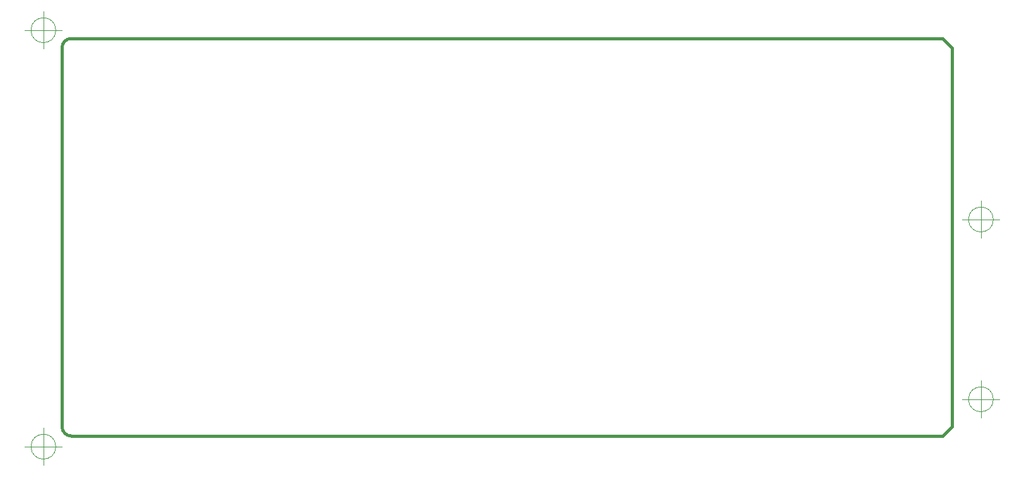
<source format=gbr>
%TF.GenerationSoftware,KiCad,Pcbnew,(6.0.9)*%
%TF.CreationDate,2023-01-12T16:46:16+01:00*%
%TF.ProjectId,MEGA board tester,4d454741-2062-46f6-9172-642074657374,rev?*%
%TF.SameCoordinates,PX7b9033cPY64bc73c*%
%TF.FileFunction,Profile,NP*%
%FSLAX46Y46*%
G04 Gerber Fmt 4.6, Leading zero omitted, Abs format (unit mm)*
G04 Created by KiCad (PCBNEW (6.0.9)) date 2023-01-12 16:46:16*
%MOMM*%
%LPD*%
G01*
G04 APERTURE LIST*
%TA.AperFunction,Profile*%
%ADD10C,0.100000*%
%TD*%
%TA.AperFunction,Profile*%
%ADD11C,0.381000*%
%TD*%
G04 APERTURE END LIST*
D10*
X127396666Y30480000D02*
G75*
G03*
X127396666Y30480000I-1666666J0D01*
G01*
X123230000Y30480000D02*
X128230000Y30480000D01*
X125730000Y32980000D02*
X125730000Y27980000D01*
X127396666Y6350000D02*
G75*
G03*
X127396666Y6350000I-1666666J0D01*
G01*
X123230000Y6350000D02*
X128230000Y6350000D01*
X125730000Y8850000D02*
X125730000Y3850000D01*
X1666666Y55880000D02*
G75*
G03*
X1666666Y55880000I-1666666J0D01*
G01*
X-2500000Y55880000D02*
X2500000Y55880000D01*
X0Y58380000D02*
X0Y53380000D01*
X1666666Y0D02*
G75*
G03*
X1666666Y0I-1666666J0D01*
G01*
X-2500000Y0D02*
X2500000Y0D01*
X0Y2500000D02*
X0Y-2500000D01*
D11*
%TO.C,J1*%
X121869000Y53500000D02*
X121869000Y2700000D01*
X121869000Y2700000D02*
X120599000Y1430000D01*
X3759000Y54770000D02*
X120599000Y54770000D01*
X2489000Y2700000D02*
X2489000Y53500000D01*
X3759000Y1430000D02*
X120599000Y1430000D01*
X120599000Y54770000D02*
X121869000Y53500000D01*
X2489000Y2700000D02*
G75*
G03*
X3759000Y1430000I1269999J-1D01*
G01*
X3759000Y54770000D02*
G75*
G03*
X2489000Y53500000I-1J-1269999D01*
G01*
%TD*%
M02*

</source>
